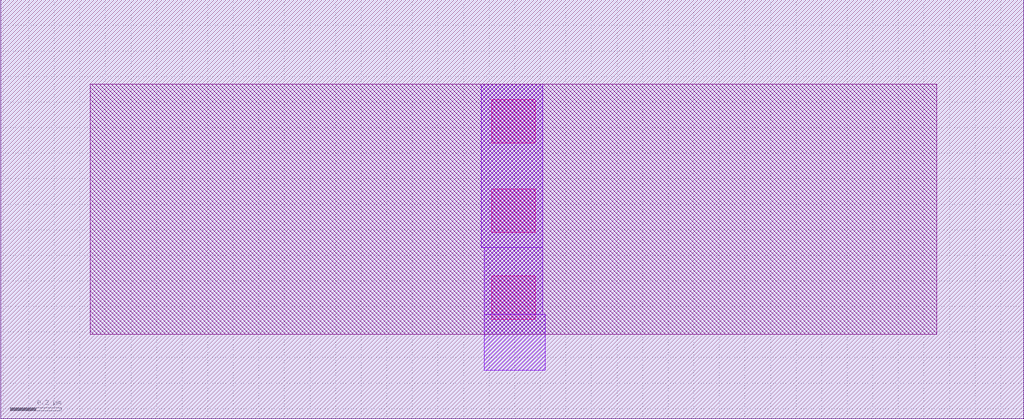
<source format=lef>
VERSION 5.7 ;
  NOWIREEXTENSIONATPIN ON ;
  DIVIDERCHAR "/" ;
  BUSBITCHARS "[]" ;
UNITS
  DATABASE MICRONS 200 ;
END UNITS

LAYER via2
  TYPE CUT ;
END via2

LAYER via
  TYPE CUT ;
END via

LAYER nwell
  TYPE MASTERSLICE ;
END nwell

LAYER via3
  TYPE CUT ;
END via3

LAYER pwell
  TYPE MASTERSLICE ;
END pwell

LAYER via4
  TYPE CUT ;
END via4

LAYER mcon
  TYPE CUT ;
END mcon

LAYER met6
  TYPE ROUTING ;
  WIDTH 0.030000 ;
  SPACING 0.040000 ;
  DIRECTION HORIZONTAL ;
END met6

LAYER met1
  TYPE ROUTING ;
  WIDTH 0.140000 ;
  SPACING 0.140000 ;
  DIRECTION HORIZONTAL ;
END met1

LAYER met3
  TYPE ROUTING ;
  WIDTH 0.300000 ;
  SPACING 0.300000 ;
  DIRECTION HORIZONTAL ;
END met3

LAYER met2
  TYPE ROUTING ;
  WIDTH 0.140000 ;
  SPACING 0.140000 ;
  DIRECTION HORIZONTAL ;
END met2

LAYER met4
  TYPE ROUTING ;
  WIDTH 0.300000 ;
  SPACING 0.300000 ;
  DIRECTION HORIZONTAL ;
END met4

LAYER met5
  TYPE ROUTING ;
  WIDTH 1.600000 ;
  SPACING 1.600000 ;
  DIRECTION HORIZONTAL ;
END met5

LAYER li1
  TYPE ROUTING ;
  WIDTH 0.170000 ;
  SPACING 0.170000 ;
  DIRECTION HORIZONTAL ;
END li1

MACRO sky130_hilas_overlapcap02a
  CLASS BLOCK ;
  FOREIGN sky130_hilas_overlapcap02a ;
  ORIGIN 5.210 0.540 ;
  SIZE 4.000 BY 1.640 ;
  OBS
      LAYER nwell ;
        RECT -5.210 -0.540 -1.210 1.100 ;
      LAYER li1 ;
        RECT -4.860 -0.210 -1.550 0.770 ;
      LAYER mcon ;
        RECT -3.290 0.540 -3.120 0.710 ;
        RECT -3.290 0.190 -3.120 0.360 ;
        RECT -3.290 -0.150 -3.120 0.020 ;
      LAYER met1 ;
        RECT -3.330 0.130 -3.090 0.770 ;
        RECT -3.320 -0.130 -3.090 0.130 ;
        RECT -3.320 -0.350 -3.080 -0.130 ;
  END
END sky130_hilas_overlapcap02a
END LIBRARY


</source>
